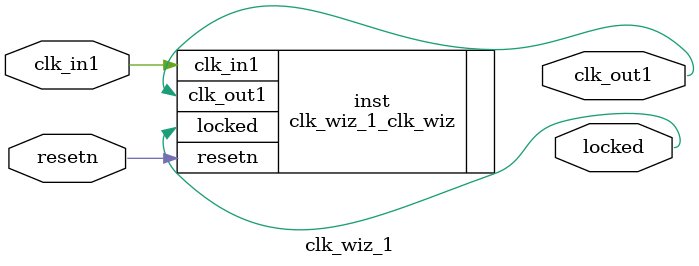
<source format=v>


`timescale 1ps/1ps

(* CORE_GENERATION_INFO = "clk_wiz_1,clk_wiz_v6_0_1_0_0,{component_name=clk_wiz_1,use_phase_alignment=true,use_min_o_jitter=false,use_max_i_jitter=false,use_dyn_phase_shift=false,use_inclk_switchover=false,use_dyn_reconfig=false,enable_axi=0,feedback_source=FDBK_AUTO,PRIMITIVE=MMCM,num_out_clk=1,clkin1_period=10.000,clkin2_period=10.000,use_power_down=false,use_reset=true,use_locked=true,use_inclk_stopped=false,feedback_type=SINGLE,CLOCK_MGR_TYPE=NA,manual_override=false}" *)

module clk_wiz_1 
 (
  // Clock out ports
  output        clk_out1,
  // Status and control signals
  input         resetn,
  output        locked,
 // Clock in ports
  input         clk_in1
 );

  clk_wiz_1_clk_wiz inst
  (
  // Clock out ports  
  .clk_out1(clk_out1),
  // Status and control signals               
  .resetn(resetn), 
  .locked(locked),
 // Clock in ports
  .clk_in1(clk_in1)
  );

endmodule

</source>
